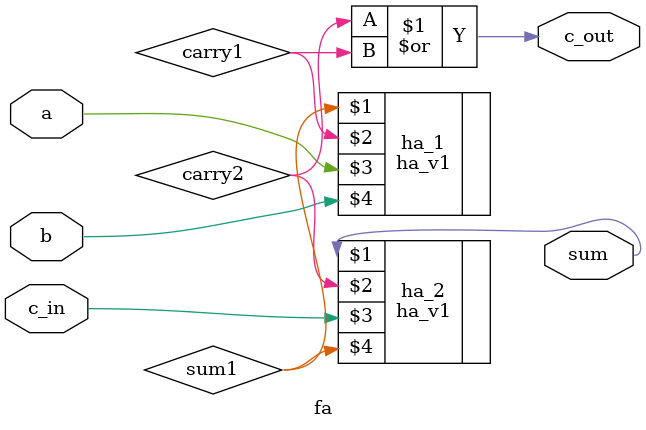
<source format=v>



module fa(output wire sum, output wire c_out, input wire a, input wire b, input wire c_in);

wire sum1, carry1, carry2;
	
ha_v1 ha_1(sum1, carry1, a ,b);
ha_v1 ha_2(sum, carry2, c_in, sum1);
or and1(c_out, carry2, carry1);

endmodule

</source>
